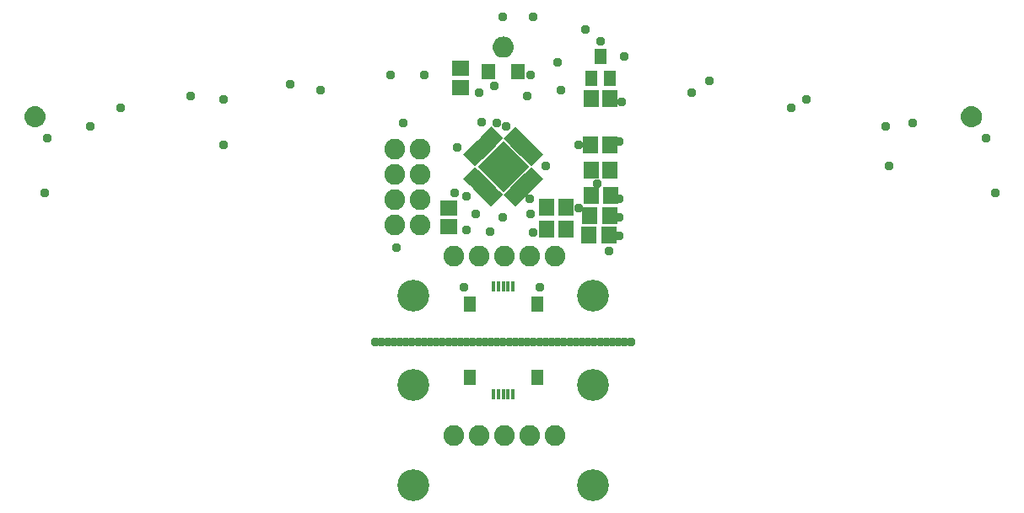
<source format=gbr>
G04 EAGLE Gerber RS-274X export*
G75*
%MOMM*%
%FSLAX34Y34*%
%LPD*%
%INSoldermask Top*%
%IPPOS*%
%AMOC8*
5,1,8,0,0,1.08239X$1,22.5*%
G01*
%ADD10R,0.503200X1.703200*%
%ADD11R,3.653200X3.653200*%
%ADD12R,1.203200X1.543200*%
%ADD13R,0.350000X1.100000*%
%ADD14C,2.082800*%
%ADD15R,1.503200X1.803200*%
%ADD16R,1.203200X1.603200*%
%ADD17C,3.203200*%
%ADD18R,1.803200X1.503200*%
%ADD19R,1.403200X1.603200*%
%ADD20C,0.959600*%

G36*
X541792Y459520D02*
X541792Y459520D01*
X541835Y459532D01*
X541901Y459539D01*
X543584Y459990D01*
X543625Y460009D01*
X543688Y460028D01*
X545268Y460765D01*
X545305Y460791D01*
X545364Y460820D01*
X546792Y461820D01*
X546823Y461852D01*
X546876Y461891D01*
X548109Y463124D01*
X548134Y463160D01*
X548180Y463208D01*
X549180Y464636D01*
X549198Y464677D01*
X549235Y464732D01*
X549972Y466312D01*
X549983Y466355D01*
X550010Y466416D01*
X550461Y468099D01*
X550463Y468131D01*
X550470Y468152D01*
X550470Y468167D01*
X550480Y468208D01*
X550632Y469945D01*
X550628Y469989D01*
X550632Y470055D01*
X550480Y471792D01*
X550468Y471835D01*
X550461Y471901D01*
X550010Y473584D01*
X549991Y473625D01*
X549972Y473688D01*
X549235Y475268D01*
X549209Y475305D01*
X549180Y475364D01*
X548180Y476792D01*
X548148Y476823D01*
X548109Y476876D01*
X546876Y478109D01*
X546840Y478134D01*
X546792Y478180D01*
X545364Y479180D01*
X545323Y479198D01*
X545268Y479235D01*
X543688Y479972D01*
X543645Y479983D01*
X543584Y480010D01*
X541901Y480461D01*
X541856Y480464D01*
X541792Y480480D01*
X540055Y480632D01*
X540011Y480628D01*
X539945Y480632D01*
X538208Y480480D01*
X538165Y480468D01*
X538099Y480461D01*
X536416Y480010D01*
X536375Y479991D01*
X536312Y479972D01*
X534732Y479235D01*
X534695Y479209D01*
X534636Y479180D01*
X533208Y478180D01*
X533177Y478148D01*
X533124Y478109D01*
X531891Y476876D01*
X531866Y476840D01*
X531820Y476792D01*
X530820Y475364D01*
X530802Y475323D01*
X530765Y475268D01*
X530028Y473688D01*
X530017Y473645D01*
X529990Y473584D01*
X529539Y471901D01*
X529536Y471856D01*
X529520Y471792D01*
X529368Y470055D01*
X529372Y470011D01*
X529368Y469945D01*
X529520Y468208D01*
X529532Y468165D01*
X529536Y468131D01*
X529536Y468115D01*
X529538Y468110D01*
X529539Y468099D01*
X529990Y466416D01*
X530009Y466375D01*
X530028Y466312D01*
X530765Y464732D01*
X530791Y464695D01*
X530820Y464636D01*
X531820Y463208D01*
X531852Y463177D01*
X531891Y463124D01*
X533124Y461891D01*
X533160Y461866D01*
X533208Y461820D01*
X534636Y460820D01*
X534677Y460802D01*
X534732Y460765D01*
X536312Y460028D01*
X536355Y460017D01*
X536416Y459990D01*
X538099Y459539D01*
X538144Y459536D01*
X538208Y459520D01*
X539945Y459368D01*
X539989Y459372D01*
X540055Y459368D01*
X541792Y459520D01*
G37*
G36*
X1011792Y389520D02*
X1011792Y389520D01*
X1011835Y389532D01*
X1011901Y389539D01*
X1013584Y389990D01*
X1013625Y390009D01*
X1013688Y390028D01*
X1015268Y390765D01*
X1015305Y390791D01*
X1015364Y390820D01*
X1016792Y391820D01*
X1016823Y391852D01*
X1016876Y391891D01*
X1018109Y393124D01*
X1018134Y393160D01*
X1018180Y393208D01*
X1019180Y394636D01*
X1019198Y394677D01*
X1019235Y394732D01*
X1019972Y396312D01*
X1019983Y396355D01*
X1020010Y396416D01*
X1020461Y398099D01*
X1020463Y398131D01*
X1020470Y398152D01*
X1020470Y398167D01*
X1020480Y398208D01*
X1020632Y399945D01*
X1020628Y399989D01*
X1020632Y400055D01*
X1020480Y401792D01*
X1020468Y401835D01*
X1020461Y401901D01*
X1020010Y403584D01*
X1019991Y403625D01*
X1019972Y403688D01*
X1019235Y405268D01*
X1019209Y405305D01*
X1019180Y405364D01*
X1018180Y406792D01*
X1018148Y406823D01*
X1018109Y406876D01*
X1016876Y408109D01*
X1016840Y408134D01*
X1016792Y408180D01*
X1015364Y409180D01*
X1015323Y409198D01*
X1015268Y409235D01*
X1013688Y409972D01*
X1013645Y409983D01*
X1013584Y410010D01*
X1011901Y410461D01*
X1011856Y410464D01*
X1011792Y410480D01*
X1010055Y410632D01*
X1010011Y410628D01*
X1009945Y410632D01*
X1008208Y410480D01*
X1008165Y410468D01*
X1008099Y410461D01*
X1006416Y410010D01*
X1006375Y409991D01*
X1006312Y409972D01*
X1004732Y409235D01*
X1004695Y409209D01*
X1004636Y409180D01*
X1003208Y408180D01*
X1003177Y408148D01*
X1003124Y408109D01*
X1001891Y406876D01*
X1001866Y406840D01*
X1001820Y406792D01*
X1000820Y405364D01*
X1000802Y405323D01*
X1000765Y405268D01*
X1000028Y403688D01*
X1000017Y403645D01*
X999990Y403584D01*
X999539Y401901D01*
X999536Y401856D01*
X999520Y401792D01*
X999368Y400055D01*
X999372Y400011D01*
X999368Y399945D01*
X999520Y398208D01*
X999532Y398165D01*
X999536Y398131D01*
X999536Y398115D01*
X999538Y398110D01*
X999539Y398099D01*
X999990Y396416D01*
X1000009Y396375D01*
X1000028Y396312D01*
X1000765Y394732D01*
X1000791Y394695D01*
X1000820Y394636D01*
X1001820Y393208D01*
X1001852Y393177D01*
X1001891Y393124D01*
X1003124Y391891D01*
X1003160Y391866D01*
X1003208Y391820D01*
X1004636Y390820D01*
X1004677Y390802D01*
X1004732Y390765D01*
X1006312Y390028D01*
X1006355Y390017D01*
X1006416Y389990D01*
X1008099Y389539D01*
X1008144Y389536D01*
X1008208Y389520D01*
X1009945Y389368D01*
X1009989Y389372D01*
X1010055Y389368D01*
X1011792Y389520D01*
G37*
G36*
X71792Y389520D02*
X71792Y389520D01*
X71835Y389532D01*
X71901Y389539D01*
X73584Y389990D01*
X73625Y390009D01*
X73688Y390028D01*
X75268Y390765D01*
X75305Y390791D01*
X75364Y390820D01*
X76792Y391820D01*
X76823Y391852D01*
X76876Y391891D01*
X78109Y393124D01*
X78134Y393160D01*
X78180Y393208D01*
X79180Y394636D01*
X79198Y394677D01*
X79235Y394732D01*
X79972Y396312D01*
X79983Y396355D01*
X80010Y396416D01*
X80461Y398099D01*
X80463Y398131D01*
X80470Y398152D01*
X80470Y398167D01*
X80480Y398208D01*
X80632Y399945D01*
X80628Y399989D01*
X80632Y400055D01*
X80480Y401792D01*
X80468Y401835D01*
X80461Y401901D01*
X80010Y403584D01*
X79991Y403625D01*
X79972Y403688D01*
X79235Y405268D01*
X79209Y405305D01*
X79180Y405364D01*
X78180Y406792D01*
X78148Y406823D01*
X78109Y406876D01*
X76876Y408109D01*
X76840Y408134D01*
X76792Y408180D01*
X75364Y409180D01*
X75323Y409198D01*
X75268Y409235D01*
X73688Y409972D01*
X73645Y409983D01*
X73584Y410010D01*
X71901Y410461D01*
X71856Y410464D01*
X71792Y410480D01*
X70055Y410632D01*
X70011Y410628D01*
X69945Y410632D01*
X68208Y410480D01*
X68165Y410468D01*
X68099Y410461D01*
X66416Y410010D01*
X66375Y409991D01*
X66312Y409972D01*
X64732Y409235D01*
X64695Y409209D01*
X64636Y409180D01*
X63208Y408180D01*
X63177Y408148D01*
X63124Y408109D01*
X61891Y406876D01*
X61866Y406840D01*
X61820Y406792D01*
X60820Y405364D01*
X60802Y405323D01*
X60765Y405268D01*
X60028Y403688D01*
X60017Y403645D01*
X59990Y403584D01*
X59539Y401901D01*
X59536Y401856D01*
X59520Y401792D01*
X59368Y400055D01*
X59372Y400011D01*
X59368Y399945D01*
X59520Y398208D01*
X59532Y398165D01*
X59536Y398131D01*
X59536Y398115D01*
X59538Y398110D01*
X59539Y398099D01*
X59990Y396416D01*
X60009Y396375D01*
X60028Y396312D01*
X60765Y394732D01*
X60791Y394695D01*
X60820Y394636D01*
X61820Y393208D01*
X61852Y393177D01*
X61891Y393124D01*
X63124Y391891D01*
X63160Y391866D01*
X63208Y391820D01*
X64636Y390820D01*
X64677Y390802D01*
X64732Y390765D01*
X66312Y390028D01*
X66355Y390017D01*
X66416Y389990D01*
X68099Y389539D01*
X68144Y389536D01*
X68208Y389520D01*
X69945Y389368D01*
X69989Y389372D01*
X70055Y389368D01*
X71792Y389520D01*
G37*
D10*
G36*
X539978Y321715D02*
X543536Y325273D01*
X555578Y313231D01*
X552020Y309673D01*
X539978Y321715D01*
G37*
G36*
X543514Y325251D02*
X547072Y328809D01*
X559114Y316767D01*
X555556Y313209D01*
X543514Y325251D01*
G37*
G36*
X547049Y328786D02*
X550607Y332344D01*
X562649Y320302D01*
X559091Y316744D01*
X547049Y328786D01*
G37*
G36*
X550585Y332322D02*
X554143Y335880D01*
X566185Y323838D01*
X562627Y320280D01*
X550585Y332322D01*
G37*
G36*
X554120Y335857D02*
X557678Y339415D01*
X569720Y327373D01*
X566162Y323815D01*
X554120Y335857D01*
G37*
G36*
X557656Y339393D02*
X561214Y342951D01*
X573256Y330909D01*
X569698Y327351D01*
X557656Y339393D01*
G37*
G36*
X561191Y342928D02*
X564749Y346486D01*
X576791Y334444D01*
X573233Y330886D01*
X561191Y342928D01*
G37*
G36*
X564727Y346464D02*
X568285Y350022D01*
X580327Y337980D01*
X576769Y334422D01*
X564727Y346464D01*
G37*
G36*
X568285Y349978D02*
X564727Y353536D01*
X576769Y365578D01*
X580327Y362020D01*
X568285Y349978D01*
G37*
G36*
X564749Y353514D02*
X561191Y357072D01*
X573233Y369114D01*
X576791Y365556D01*
X564749Y353514D01*
G37*
G36*
X561214Y357049D02*
X557656Y360607D01*
X569698Y372649D01*
X573256Y369091D01*
X561214Y357049D01*
G37*
G36*
X557678Y360585D02*
X554120Y364143D01*
X566162Y376185D01*
X569720Y372627D01*
X557678Y360585D01*
G37*
G36*
X554143Y364120D02*
X550585Y367678D01*
X562627Y379720D01*
X566185Y376162D01*
X554143Y364120D01*
G37*
G36*
X550607Y367656D02*
X547049Y371214D01*
X559091Y383256D01*
X562649Y379698D01*
X550607Y367656D01*
G37*
G36*
X547072Y371191D02*
X543514Y374749D01*
X555556Y386791D01*
X559114Y383233D01*
X547072Y371191D01*
G37*
G36*
X543536Y374727D02*
X539978Y378285D01*
X552020Y390327D01*
X555578Y386769D01*
X543536Y374727D01*
G37*
G36*
X540022Y378285D02*
X536464Y374727D01*
X524422Y386769D01*
X527980Y390327D01*
X540022Y378285D01*
G37*
G36*
X536486Y374749D02*
X532928Y371191D01*
X520886Y383233D01*
X524444Y386791D01*
X536486Y374749D01*
G37*
G36*
X532951Y371214D02*
X529393Y367656D01*
X517351Y379698D01*
X520909Y383256D01*
X532951Y371214D01*
G37*
G36*
X529415Y367678D02*
X525857Y364120D01*
X513815Y376162D01*
X517373Y379720D01*
X529415Y367678D01*
G37*
G36*
X525880Y364143D02*
X522322Y360585D01*
X510280Y372627D01*
X513838Y376185D01*
X525880Y364143D01*
G37*
G36*
X522344Y360607D02*
X518786Y357049D01*
X506744Y369091D01*
X510302Y372649D01*
X522344Y360607D01*
G37*
G36*
X518809Y357072D02*
X515251Y353514D01*
X503209Y365556D01*
X506767Y369114D01*
X518809Y357072D01*
G37*
G36*
X515273Y353536D02*
X511715Y349978D01*
X499673Y362020D01*
X503231Y365578D01*
X515273Y353536D01*
G37*
G36*
X511715Y350022D02*
X515273Y346464D01*
X503231Y334422D01*
X499673Y337980D01*
X511715Y350022D01*
G37*
G36*
X515251Y346486D02*
X518809Y342928D01*
X506767Y330886D01*
X503209Y334444D01*
X515251Y346486D01*
G37*
G36*
X518786Y342951D02*
X522344Y339393D01*
X510302Y327351D01*
X506744Y330909D01*
X518786Y342951D01*
G37*
G36*
X522322Y339415D02*
X525880Y335857D01*
X513838Y323815D01*
X510280Y327373D01*
X522322Y339415D01*
G37*
G36*
X525857Y335880D02*
X529415Y332322D01*
X517373Y320280D01*
X513815Y323838D01*
X525857Y335880D01*
G37*
G36*
X529393Y332344D02*
X532951Y328786D01*
X520909Y316744D01*
X517351Y320302D01*
X529393Y332344D01*
G37*
G36*
X532928Y328809D02*
X536486Y325251D01*
X524444Y313209D01*
X520886Y316767D01*
X532928Y328809D01*
G37*
G36*
X536464Y325273D02*
X540022Y321715D01*
X527980Y309673D01*
X524422Y313231D01*
X536464Y325273D01*
G37*
D11*
G36*
X540000Y375832D02*
X565832Y350000D01*
X540000Y324168D01*
X514168Y350000D01*
X540000Y375832D01*
G37*
D12*
X506125Y211800D03*
X573875Y211800D03*
D13*
X530000Y229050D03*
X535000Y229050D03*
X540000Y229050D03*
X545000Y229050D03*
X550000Y229050D03*
D14*
X490000Y260000D03*
X515400Y260000D03*
X540800Y260000D03*
X566200Y260000D03*
X591600Y260000D03*
D15*
X628096Y320608D03*
X648096Y320608D03*
X626280Y281464D03*
X646280Y281464D03*
D16*
X637664Y460456D03*
X647164Y438456D03*
X628164Y438456D03*
D15*
X647164Y418600D03*
X628164Y418600D03*
D17*
X450000Y220000D03*
X630000Y220000D03*
D15*
X627008Y300312D03*
X647008Y300312D03*
X583780Y308936D03*
X602780Y308936D03*
X583780Y287224D03*
X602780Y287224D03*
D14*
X456204Y291252D03*
X430804Y291252D03*
X456204Y316652D03*
X430804Y316652D03*
X456204Y342052D03*
X430804Y342052D03*
X456204Y367452D03*
X430804Y367452D03*
D15*
X647284Y346032D03*
X628284Y346032D03*
X627408Y372024D03*
X647408Y372024D03*
D18*
X485008Y289372D03*
X485008Y308372D03*
X497200Y448580D03*
X497200Y429580D03*
D19*
X524872Y445176D03*
X554872Y445176D03*
D14*
X490000Y80000D03*
X515400Y80000D03*
X540800Y80000D03*
X566200Y80000D03*
X591600Y80000D03*
D17*
X450000Y130000D03*
X630000Y130000D03*
X450000Y30000D03*
X630000Y30000D03*
D12*
X573875Y138200D03*
X506125Y138200D03*
D13*
X550000Y120950D03*
X545000Y120950D03*
X540000Y120950D03*
X535000Y120950D03*
X530000Y120950D03*
D20*
X656058Y298872D03*
X656058Y280584D03*
X500610Y228768D03*
X533776Y350688D03*
X656058Y317160D03*
X570108Y500142D03*
X622168Y487848D03*
X656058Y375072D03*
X658744Y414696D03*
X582544Y350688D03*
X439288Y393360D03*
X427096Y442128D03*
X326512Y432984D03*
X225928Y420792D03*
X125344Y390312D03*
X747136Y436032D03*
X844672Y417744D03*
X951352Y393360D03*
X576448Y228768D03*
X539872Y500040D03*
X926968Y350688D03*
X646552Y265344D03*
X433192Y268392D03*
X259456Y372024D03*
X79624Y323256D03*
X1033648Y323256D03*
X661792Y460416D03*
X594736Y454320D03*
X411856Y173904D03*
X417952Y173904D03*
X424048Y173904D03*
X430144Y173904D03*
X436240Y173904D03*
X442336Y173904D03*
X448432Y173904D03*
X454528Y173904D03*
X460624Y173904D03*
X466720Y173904D03*
X472816Y173904D03*
X478912Y173904D03*
X485008Y173904D03*
X491104Y173904D03*
X497200Y173904D03*
X503296Y173904D03*
X509392Y173904D03*
X515488Y173904D03*
X521584Y173904D03*
X527680Y173904D03*
X533776Y173904D03*
X539872Y173904D03*
X545968Y173904D03*
X552064Y173904D03*
X558160Y173904D03*
X564256Y173904D03*
X570352Y173904D03*
X576448Y173904D03*
X582544Y173904D03*
X588640Y173904D03*
X594736Y173904D03*
X600832Y173904D03*
X606928Y173904D03*
X613024Y173904D03*
X619120Y173904D03*
X625216Y173904D03*
X631312Y173904D03*
X637408Y173904D03*
X643504Y173904D03*
X649600Y173904D03*
X655696Y173904D03*
X661792Y173904D03*
X667888Y173904D03*
X539872Y298872D03*
X616072Y308016D03*
X503038Y286422D03*
X634360Y332400D03*
X564256Y420792D03*
X515488Y423840D03*
X533776Y393360D03*
X1024504Y378120D03*
X923920Y390312D03*
X829432Y408600D03*
X728848Y423840D03*
X597784Y426888D03*
X460624Y442128D03*
X356992Y426888D03*
X259456Y417744D03*
X155824Y408600D03*
X82672Y378120D03*
X503296Y320208D03*
X567304Y301920D03*
X570352Y283632D03*
X512440Y301920D03*
X616072Y372024D03*
X566753Y317124D03*
X526414Y284898D03*
X542920Y390312D03*
X567304Y442128D03*
X637408Y475656D03*
X494152Y368976D03*
X518536Y394150D03*
X530728Y431178D03*
X491104Y323256D03*
M02*

</source>
